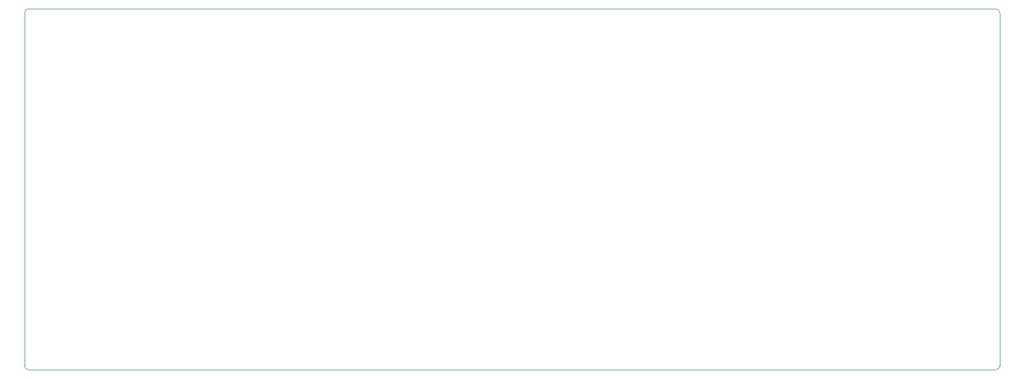
<source format=gm1>
%TF.GenerationSoftware,KiCad,Pcbnew,(6.0.0-0)*%
%TF.CreationDate,2022-04-11T21:26:14+01:00*%
%TF.ProjectId,baby10,62616279-3130-42e6-9b69-6361645f7063,rev?*%
%TF.SameCoordinates,Original*%
%TF.FileFunction,Profile,NP*%
%FSLAX46Y46*%
G04 Gerber Fmt 4.6, Leading zero omitted, Abs format (unit mm)*
G04 Created by KiCad (PCBNEW (6.0.0-0)) date 2022-04-11 21:26:14*
%MOMM*%
%LPD*%
G01*
G04 APERTURE LIST*
%TA.AperFunction,Profile*%
%ADD10C,0.050000*%
%TD*%
G04 APERTURE END LIST*
D10*
X40132000Y-30988000D02*
G75*
G03*
X39497000Y-31623000I-1J-634999D01*
G01*
X189484000Y-86868000D02*
G75*
G03*
X190119000Y-86233000I1J634999D01*
G01*
X190119000Y-31623000D02*
G75*
G03*
X189484000Y-30988000I-634999J1D01*
G01*
X189484000Y-30988000D02*
X40132000Y-30988000D01*
X39497000Y-86233000D02*
G75*
G03*
X40132000Y-86868000I634999J-1D01*
G01*
X40132000Y-86868000D02*
X189484000Y-86868000D01*
X190119000Y-86233000D02*
X190119000Y-31623000D01*
X39497000Y-31623000D02*
X39497000Y-86233000D01*
M02*

</source>
